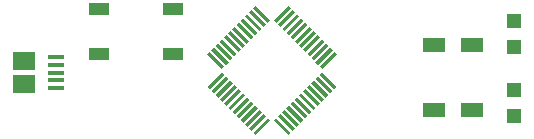
<source format=gtp>
%TF.GenerationSoftware,KiCad,Pcbnew,4.0.7*%
%TF.CreationDate,2017-11-19T13:43:49+08:00*%
%TF.ProjectId,STM32F401CCT6,53544D333246343031434354362E6B69,rev?*%
%TF.FileFunction,Paste,Top*%
%FSLAX46Y46*%
G04 Gerber Fmt 4.6, Leading zero omitted, Abs format (unit mm)*
G04 Created by KiCad (PCBNEW 4.0.7) date 11/19/17 13:43:49*
%MOMM*%
%LPD*%
G01*
G04 APERTURE LIST*
%ADD10C,0.100000*%
%ADD11R,1.900000X1.500000*%
%ADD12R,1.350000X0.400000*%
%ADD13R,1.900000X1.300000*%
%ADD14R,1.200000X1.200000*%
%ADD15R,1.700000X1.000000*%
G04 APERTURE END LIST*
D10*
D11*
X2102000Y-12652000D03*
D12*
X4802000Y-11002000D03*
X4802000Y-10352000D03*
X4802000Y-12952000D03*
X4802000Y-12302000D03*
X4802000Y-11652000D03*
D11*
X2102000Y-10652000D03*
D10*
G36*
X27348435Y-11608715D02*
X28585871Y-12846151D01*
X28373739Y-13058283D01*
X27136303Y-11820847D01*
X27348435Y-11608715D01*
X27348435Y-11608715D01*
G37*
G36*
X26994882Y-11962268D02*
X28232318Y-13199704D01*
X28020186Y-13411836D01*
X26782750Y-12174400D01*
X26994882Y-11962268D01*
X26994882Y-11962268D01*
G37*
G36*
X26641328Y-12315822D02*
X27878764Y-13553258D01*
X27666632Y-13765390D01*
X26429196Y-12527954D01*
X26641328Y-12315822D01*
X26641328Y-12315822D01*
G37*
G36*
X26287775Y-12669375D02*
X27525211Y-13906811D01*
X27313079Y-14118943D01*
X26075643Y-12881507D01*
X26287775Y-12669375D01*
X26287775Y-12669375D01*
G37*
G36*
X25934222Y-13022928D02*
X27171658Y-14260364D01*
X26959526Y-14472496D01*
X25722090Y-13235060D01*
X25934222Y-13022928D01*
X25934222Y-13022928D01*
G37*
G36*
X26605972Y-14826050D02*
X25368536Y-13588614D01*
X25580668Y-13376482D01*
X26818104Y-14613918D01*
X26605972Y-14826050D01*
X26605972Y-14826050D01*
G37*
G36*
X25227115Y-13730035D02*
X26464551Y-14967471D01*
X26252419Y-15179603D01*
X25014983Y-13942167D01*
X25227115Y-13730035D01*
X25227115Y-13730035D01*
G37*
G36*
X24873561Y-14083589D02*
X26110997Y-15321025D01*
X25898865Y-15533157D01*
X24661429Y-14295721D01*
X24873561Y-14083589D01*
X24873561Y-14083589D01*
G37*
G36*
X24520008Y-14437142D02*
X25757444Y-15674578D01*
X25545312Y-15886710D01*
X24307876Y-14649274D01*
X24520008Y-14437142D01*
X24520008Y-14437142D01*
G37*
G36*
X24166455Y-14790695D02*
X25403891Y-16028131D01*
X25191759Y-16240263D01*
X23954323Y-15002827D01*
X24166455Y-14790695D01*
X24166455Y-14790695D01*
G37*
G36*
X23812901Y-15144249D02*
X25050337Y-16381685D01*
X24838205Y-16593817D01*
X23600769Y-15356381D01*
X23812901Y-15144249D01*
X23812901Y-15144249D01*
G37*
G36*
X23459348Y-15497802D02*
X24696784Y-16735238D01*
X24484652Y-16947370D01*
X23247216Y-15709934D01*
X23459348Y-15497802D01*
X23459348Y-15497802D01*
G37*
G36*
X25014983Y-8992419D02*
X26252419Y-7754983D01*
X26464551Y-7967115D01*
X25227115Y-9204551D01*
X25014983Y-8992419D01*
X25014983Y-8992419D01*
G37*
G36*
X25368536Y-9345972D02*
X26605972Y-8108536D01*
X26818104Y-8320668D01*
X25580668Y-9558104D01*
X25368536Y-9345972D01*
X25368536Y-9345972D01*
G37*
G36*
X25722090Y-9699526D02*
X26959526Y-8462090D01*
X27171658Y-8674222D01*
X25934222Y-9911658D01*
X25722090Y-9699526D01*
X25722090Y-9699526D01*
G37*
G36*
X26075643Y-10053079D02*
X27313079Y-8815643D01*
X27525211Y-9027775D01*
X26287775Y-10265211D01*
X26075643Y-10053079D01*
X26075643Y-10053079D01*
G37*
G36*
X26429196Y-10406632D02*
X27666632Y-9169196D01*
X27878764Y-9381328D01*
X26641328Y-10618764D01*
X26429196Y-10406632D01*
X26429196Y-10406632D01*
G37*
G36*
X26782750Y-10760186D02*
X28020186Y-9522750D01*
X28232318Y-9734882D01*
X26994882Y-10972318D01*
X26782750Y-10760186D01*
X26782750Y-10760186D01*
G37*
G36*
X24661429Y-8638865D02*
X25898865Y-7401429D01*
X26110997Y-7613561D01*
X24873561Y-8850997D01*
X24661429Y-8638865D01*
X24661429Y-8638865D01*
G37*
G36*
X27136303Y-11113739D02*
X28373739Y-9876303D01*
X28585871Y-10088435D01*
X27348435Y-11325871D01*
X27136303Y-11113739D01*
X27136303Y-11113739D01*
G37*
G36*
X24307876Y-8285312D02*
X25545312Y-7047876D01*
X25757444Y-7260008D01*
X24520008Y-8497444D01*
X24307876Y-8285312D01*
X24307876Y-8285312D01*
G37*
G36*
X23954323Y-7931759D02*
X25191759Y-6694323D01*
X25403891Y-6906455D01*
X24166455Y-8143891D01*
X23954323Y-7931759D01*
X23954323Y-7931759D01*
G37*
G36*
X23600769Y-7578205D02*
X24838205Y-6340769D01*
X25050337Y-6552901D01*
X23812901Y-7790337D01*
X23600769Y-7578205D01*
X23600769Y-7578205D01*
G37*
G36*
X23247216Y-7224652D02*
X24484652Y-5987216D01*
X24696784Y-6199348D01*
X23459348Y-7436784D01*
X23247216Y-7224652D01*
X23247216Y-7224652D01*
G37*
G36*
X19605616Y-8108536D02*
X20843052Y-9345972D01*
X20630920Y-9558104D01*
X19393484Y-8320668D01*
X19605616Y-8108536D01*
X19605616Y-8108536D01*
G37*
G36*
X19959169Y-7754983D02*
X21196605Y-8992419D01*
X20984473Y-9204551D01*
X19747037Y-7967115D01*
X19959169Y-7754983D01*
X19959169Y-7754983D01*
G37*
G36*
X20312723Y-7401429D02*
X21550159Y-8638865D01*
X21338027Y-8850997D01*
X20100591Y-7613561D01*
X20312723Y-7401429D01*
X20312723Y-7401429D01*
G37*
G36*
X20666276Y-7047876D02*
X21903712Y-8285312D01*
X21691580Y-8497444D01*
X20454144Y-7260008D01*
X20666276Y-7047876D01*
X20666276Y-7047876D01*
G37*
G36*
X21019829Y-6694323D02*
X22257265Y-7931759D01*
X22045133Y-8143891D01*
X20807697Y-6906455D01*
X21019829Y-6694323D01*
X21019829Y-6694323D01*
G37*
G36*
X21373383Y-6340769D02*
X22610819Y-7578205D01*
X22398687Y-7790337D01*
X21161251Y-6552901D01*
X21373383Y-6340769D01*
X21373383Y-6340769D01*
G37*
G36*
X21726936Y-5987216D02*
X22964372Y-7224652D01*
X22752240Y-7436784D01*
X21514804Y-6199348D01*
X21726936Y-5987216D01*
X21726936Y-5987216D01*
G37*
G36*
X19252062Y-8462090D02*
X20489498Y-9699526D01*
X20277366Y-9911658D01*
X19039930Y-8674222D01*
X19252062Y-8462090D01*
X19252062Y-8462090D01*
G37*
G36*
X18898509Y-8815643D02*
X20135945Y-10053079D01*
X19923813Y-10265211D01*
X18686377Y-9027775D01*
X18898509Y-8815643D01*
X18898509Y-8815643D01*
G37*
G36*
X18544956Y-9169196D02*
X19782392Y-10406632D01*
X19570260Y-10618764D01*
X18332824Y-9381328D01*
X18544956Y-9169196D01*
X18544956Y-9169196D01*
G37*
G36*
X18191402Y-9522750D02*
X19428838Y-10760186D01*
X19216706Y-10972318D01*
X17979270Y-9734882D01*
X18191402Y-9522750D01*
X18191402Y-9522750D01*
G37*
G36*
X17837849Y-9876303D02*
X19075285Y-11113739D01*
X18863153Y-11325871D01*
X17625717Y-10088435D01*
X17837849Y-9876303D01*
X17837849Y-9876303D01*
G37*
G36*
X19747037Y-14967471D02*
X20984473Y-13730035D01*
X21196605Y-13942167D01*
X19959169Y-15179603D01*
X19747037Y-14967471D01*
X19747037Y-14967471D01*
G37*
G36*
X19393484Y-14613918D02*
X20630920Y-13376482D01*
X20843052Y-13588614D01*
X19605616Y-14826050D01*
X19393484Y-14613918D01*
X19393484Y-14613918D01*
G37*
G36*
X20100591Y-15321025D02*
X21338027Y-14083589D01*
X21550159Y-14295721D01*
X20312723Y-15533157D01*
X20100591Y-15321025D01*
X20100591Y-15321025D01*
G37*
G36*
X20454144Y-15674578D02*
X21691580Y-14437142D01*
X21903712Y-14649274D01*
X20666276Y-15886710D01*
X20454144Y-15674578D01*
X20454144Y-15674578D01*
G37*
G36*
X20807697Y-16028131D02*
X22045133Y-14790695D01*
X22257265Y-15002827D01*
X21019829Y-16240263D01*
X20807697Y-16028131D01*
X20807697Y-16028131D01*
G37*
G36*
X21161251Y-16381685D02*
X22398687Y-15144249D01*
X22610819Y-15356381D01*
X21373383Y-16593817D01*
X21161251Y-16381685D01*
X21161251Y-16381685D01*
G37*
G36*
X21514804Y-16735238D02*
X22752240Y-15497802D01*
X22964372Y-15709934D01*
X21726936Y-16947370D01*
X21514804Y-16735238D01*
X21514804Y-16735238D01*
G37*
G36*
X19039930Y-14260364D02*
X20277366Y-13022928D01*
X20489498Y-13235060D01*
X19252062Y-14472496D01*
X19039930Y-14260364D01*
X19039930Y-14260364D01*
G37*
G36*
X18686377Y-13906811D02*
X19923813Y-12669375D01*
X20135945Y-12881507D01*
X18898509Y-14118943D01*
X18686377Y-13906811D01*
X18686377Y-13906811D01*
G37*
G36*
X18332824Y-13553258D02*
X19570260Y-12315822D01*
X19782392Y-12527954D01*
X18544956Y-13765390D01*
X18332824Y-13553258D01*
X18332824Y-13553258D01*
G37*
G36*
X17979270Y-13199704D02*
X19216706Y-11962268D01*
X19428838Y-12174400D01*
X18191402Y-13411836D01*
X17979270Y-13199704D01*
X17979270Y-13199704D01*
G37*
G36*
X17625717Y-12846151D02*
X18863153Y-11608715D01*
X19075285Y-11820847D01*
X17837849Y-13058283D01*
X17625717Y-12846151D01*
X17625717Y-12846151D01*
G37*
D13*
X36822000Y-9292000D03*
X36822000Y-14792000D03*
X40022000Y-14792000D03*
X40022000Y-9292000D03*
D14*
X43592000Y-13162000D03*
X43592000Y-15362000D03*
X43592000Y-7322000D03*
X43592000Y-9522000D03*
D15*
X8462000Y-6282000D03*
X14762000Y-6282000D03*
X8462000Y-10082000D03*
X14762000Y-10082000D03*
M02*

</source>
